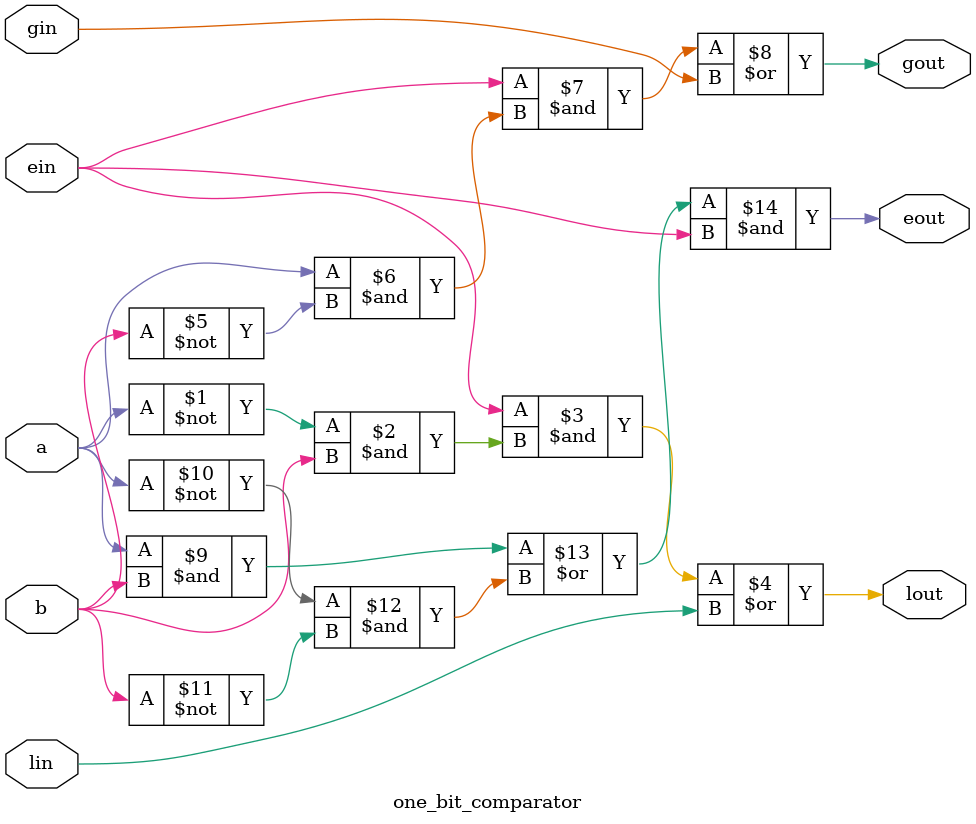
<source format=v>
module one_bit_comparator(a,b,lin,ein,gin,lout,eout,gout);
input a,b,lin,ein,gin;

output lout,eout,gout;
wire lout,eout,gout;

assign lout=(ein&(~a&b))|(lin);
assign gout=(ein&(a&(~b)))|(gin);
assign eout=((a&b)|((~a)&(~b)))&ein;
endmodule


</source>
